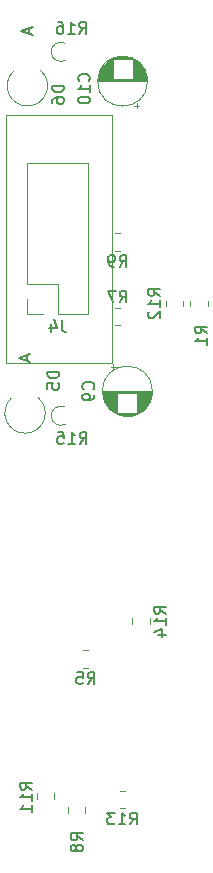
<source format=gbr>
%TF.GenerationSoftware,KiCad,Pcbnew,8.0.0*%
%TF.CreationDate,2024-06-17T17:20:25+02:00*%
%TF.ProjectId,Sloth,536c6f74-682e-46b6-9963-61645f706362,rev?*%
%TF.SameCoordinates,Original*%
%TF.FileFunction,Legend,Bot*%
%TF.FilePolarity,Positive*%
%FSLAX46Y46*%
G04 Gerber Fmt 4.6, Leading zero omitted, Abs format (unit mm)*
G04 Created by KiCad (PCBNEW 8.0.0) date 2024-06-17 17:20:25*
%MOMM*%
%LPD*%
G01*
G04 APERTURE LIST*
%ADD10C,0.150000*%
%ADD11C,0.120000*%
%ADD12C,0.100000*%
G04 APERTURE END LIST*
D10*
X61200819Y-98595142D02*
X60724628Y-98261809D01*
X61200819Y-98023714D02*
X60200819Y-98023714D01*
X60200819Y-98023714D02*
X60200819Y-98404666D01*
X60200819Y-98404666D02*
X60248438Y-98499904D01*
X60248438Y-98499904D02*
X60296057Y-98547523D01*
X60296057Y-98547523D02*
X60391295Y-98595142D01*
X60391295Y-98595142D02*
X60534152Y-98595142D01*
X60534152Y-98595142D02*
X60629390Y-98547523D01*
X60629390Y-98547523D02*
X60677009Y-98499904D01*
X60677009Y-98499904D02*
X60724628Y-98404666D01*
X60724628Y-98404666D02*
X60724628Y-98023714D01*
X61200819Y-99547523D02*
X61200819Y-98976095D01*
X61200819Y-99261809D02*
X60200819Y-99261809D01*
X60200819Y-99261809D02*
X60343676Y-99166571D01*
X60343676Y-99166571D02*
X60438914Y-99071333D01*
X60438914Y-99071333D02*
X60486533Y-98976095D01*
X60296057Y-99928476D02*
X60248438Y-99976095D01*
X60248438Y-99976095D02*
X60200819Y-100071333D01*
X60200819Y-100071333D02*
X60200819Y-100309428D01*
X60200819Y-100309428D02*
X60248438Y-100404666D01*
X60248438Y-100404666D02*
X60296057Y-100452285D01*
X60296057Y-100452285D02*
X60391295Y-100499904D01*
X60391295Y-100499904D02*
X60486533Y-100499904D01*
X60486533Y-100499904D02*
X60629390Y-100452285D01*
X60629390Y-100452285D02*
X61200819Y-99880857D01*
X61200819Y-99880857D02*
X61200819Y-100499904D01*
X57762666Y-99142819D02*
X58095999Y-98666628D01*
X58334094Y-99142819D02*
X58334094Y-98142819D01*
X58334094Y-98142819D02*
X57953142Y-98142819D01*
X57953142Y-98142819D02*
X57857904Y-98190438D01*
X57857904Y-98190438D02*
X57810285Y-98238057D01*
X57810285Y-98238057D02*
X57762666Y-98333295D01*
X57762666Y-98333295D02*
X57762666Y-98476152D01*
X57762666Y-98476152D02*
X57810285Y-98571390D01*
X57810285Y-98571390D02*
X57857904Y-98619009D01*
X57857904Y-98619009D02*
X57953142Y-98666628D01*
X57953142Y-98666628D02*
X58334094Y-98666628D01*
X57429332Y-98142819D02*
X56762666Y-98142819D01*
X56762666Y-98142819D02*
X57191237Y-99142819D01*
X52650819Y-104999905D02*
X51650819Y-104999905D01*
X51650819Y-104999905D02*
X51650819Y-105238000D01*
X51650819Y-105238000D02*
X51698438Y-105380857D01*
X51698438Y-105380857D02*
X51793676Y-105476095D01*
X51793676Y-105476095D02*
X51888914Y-105523714D01*
X51888914Y-105523714D02*
X52079390Y-105571333D01*
X52079390Y-105571333D02*
X52222247Y-105571333D01*
X52222247Y-105571333D02*
X52412723Y-105523714D01*
X52412723Y-105523714D02*
X52507961Y-105476095D01*
X52507961Y-105476095D02*
X52603200Y-105380857D01*
X52603200Y-105380857D02*
X52650819Y-105238000D01*
X52650819Y-105238000D02*
X52650819Y-104999905D01*
X51650819Y-106476095D02*
X51650819Y-105999905D01*
X51650819Y-105999905D02*
X52127009Y-105952286D01*
X52127009Y-105952286D02*
X52079390Y-105999905D01*
X52079390Y-105999905D02*
X52031771Y-106095143D01*
X52031771Y-106095143D02*
X52031771Y-106333238D01*
X52031771Y-106333238D02*
X52079390Y-106428476D01*
X52079390Y-106428476D02*
X52127009Y-106476095D01*
X52127009Y-106476095D02*
X52222247Y-106523714D01*
X52222247Y-106523714D02*
X52460342Y-106523714D01*
X52460342Y-106523714D02*
X52555580Y-106476095D01*
X52555580Y-106476095D02*
X52603200Y-106428476D01*
X52603200Y-106428476D02*
X52650819Y-106333238D01*
X52650819Y-106333238D02*
X52650819Y-106095143D01*
X52650819Y-106095143D02*
X52603200Y-105999905D01*
X52603200Y-105999905D02*
X52555580Y-105952286D01*
X49933338Y-103631671D02*
X49933338Y-104107861D01*
X50219053Y-103536433D02*
X49219053Y-103869766D01*
X49219053Y-103869766D02*
X50219053Y-104203099D01*
X58638857Y-143342819D02*
X58972190Y-142866628D01*
X59210285Y-143342819D02*
X59210285Y-142342819D01*
X59210285Y-142342819D02*
X58829333Y-142342819D01*
X58829333Y-142342819D02*
X58734095Y-142390438D01*
X58734095Y-142390438D02*
X58686476Y-142438057D01*
X58686476Y-142438057D02*
X58638857Y-142533295D01*
X58638857Y-142533295D02*
X58638857Y-142676152D01*
X58638857Y-142676152D02*
X58686476Y-142771390D01*
X58686476Y-142771390D02*
X58734095Y-142819009D01*
X58734095Y-142819009D02*
X58829333Y-142866628D01*
X58829333Y-142866628D02*
X59210285Y-142866628D01*
X57686476Y-143342819D02*
X58257904Y-143342819D01*
X57972190Y-143342819D02*
X57972190Y-142342819D01*
X57972190Y-142342819D02*
X58067428Y-142485676D01*
X58067428Y-142485676D02*
X58162666Y-142580914D01*
X58162666Y-142580914D02*
X58257904Y-142628533D01*
X57353142Y-142342819D02*
X56734095Y-142342819D01*
X56734095Y-142342819D02*
X57067428Y-142723771D01*
X57067428Y-142723771D02*
X56924571Y-142723771D01*
X56924571Y-142723771D02*
X56829333Y-142771390D01*
X56829333Y-142771390D02*
X56781714Y-142819009D01*
X56781714Y-142819009D02*
X56734095Y-142914247D01*
X56734095Y-142914247D02*
X56734095Y-143152342D01*
X56734095Y-143152342D02*
X56781714Y-143247580D01*
X56781714Y-143247580D02*
X56829333Y-143295200D01*
X56829333Y-143295200D02*
X56924571Y-143342819D01*
X56924571Y-143342819D02*
X57210285Y-143342819D01*
X57210285Y-143342819D02*
X57305523Y-143295200D01*
X57305523Y-143295200D02*
X57353142Y-143247580D01*
X54338857Y-76392819D02*
X54672190Y-75916628D01*
X54910285Y-76392819D02*
X54910285Y-75392819D01*
X54910285Y-75392819D02*
X54529333Y-75392819D01*
X54529333Y-75392819D02*
X54434095Y-75440438D01*
X54434095Y-75440438D02*
X54386476Y-75488057D01*
X54386476Y-75488057D02*
X54338857Y-75583295D01*
X54338857Y-75583295D02*
X54338857Y-75726152D01*
X54338857Y-75726152D02*
X54386476Y-75821390D01*
X54386476Y-75821390D02*
X54434095Y-75869009D01*
X54434095Y-75869009D02*
X54529333Y-75916628D01*
X54529333Y-75916628D02*
X54910285Y-75916628D01*
X53386476Y-76392819D02*
X53957904Y-76392819D01*
X53672190Y-76392819D02*
X53672190Y-75392819D01*
X53672190Y-75392819D02*
X53767428Y-75535676D01*
X53767428Y-75535676D02*
X53862666Y-75630914D01*
X53862666Y-75630914D02*
X53957904Y-75678533D01*
X52529333Y-75392819D02*
X52719809Y-75392819D01*
X52719809Y-75392819D02*
X52815047Y-75440438D01*
X52815047Y-75440438D02*
X52862666Y-75488057D01*
X52862666Y-75488057D02*
X52957904Y-75630914D01*
X52957904Y-75630914D02*
X53005523Y-75821390D01*
X53005523Y-75821390D02*
X53005523Y-76202342D01*
X53005523Y-76202342D02*
X52957904Y-76297580D01*
X52957904Y-76297580D02*
X52910285Y-76345200D01*
X52910285Y-76345200D02*
X52815047Y-76392819D01*
X52815047Y-76392819D02*
X52624571Y-76392819D01*
X52624571Y-76392819D02*
X52529333Y-76345200D01*
X52529333Y-76345200D02*
X52481714Y-76297580D01*
X52481714Y-76297580D02*
X52434095Y-76202342D01*
X52434095Y-76202342D02*
X52434095Y-75964247D01*
X52434095Y-75964247D02*
X52481714Y-75869009D01*
X52481714Y-75869009D02*
X52529333Y-75821390D01*
X52529333Y-75821390D02*
X52624571Y-75773771D01*
X52624571Y-75773771D02*
X52815047Y-75773771D01*
X52815047Y-75773771D02*
X52910285Y-75821390D01*
X52910285Y-75821390D02*
X52957904Y-75869009D01*
X52957904Y-75869009D02*
X53005523Y-75964247D01*
X65150819Y-101771333D02*
X64674628Y-101438000D01*
X65150819Y-101199905D02*
X64150819Y-101199905D01*
X64150819Y-101199905D02*
X64150819Y-101580857D01*
X64150819Y-101580857D02*
X64198438Y-101676095D01*
X64198438Y-101676095D02*
X64246057Y-101723714D01*
X64246057Y-101723714D02*
X64341295Y-101771333D01*
X64341295Y-101771333D02*
X64484152Y-101771333D01*
X64484152Y-101771333D02*
X64579390Y-101723714D01*
X64579390Y-101723714D02*
X64627009Y-101676095D01*
X64627009Y-101676095D02*
X64674628Y-101580857D01*
X64674628Y-101580857D02*
X64674628Y-101199905D01*
X65150819Y-102723714D02*
X65150819Y-102152286D01*
X65150819Y-102438000D02*
X64150819Y-102438000D01*
X64150819Y-102438000D02*
X64293676Y-102342762D01*
X64293676Y-102342762D02*
X64388914Y-102247524D01*
X64388914Y-102247524D02*
X64436533Y-102152286D01*
X61700819Y-125495142D02*
X61224628Y-125161809D01*
X61700819Y-124923714D02*
X60700819Y-124923714D01*
X60700819Y-124923714D02*
X60700819Y-125304666D01*
X60700819Y-125304666D02*
X60748438Y-125399904D01*
X60748438Y-125399904D02*
X60796057Y-125447523D01*
X60796057Y-125447523D02*
X60891295Y-125495142D01*
X60891295Y-125495142D02*
X61034152Y-125495142D01*
X61034152Y-125495142D02*
X61129390Y-125447523D01*
X61129390Y-125447523D02*
X61177009Y-125399904D01*
X61177009Y-125399904D02*
X61224628Y-125304666D01*
X61224628Y-125304666D02*
X61224628Y-124923714D01*
X61700819Y-126447523D02*
X61700819Y-125876095D01*
X61700819Y-126161809D02*
X60700819Y-126161809D01*
X60700819Y-126161809D02*
X60843676Y-126066571D01*
X60843676Y-126066571D02*
X60938914Y-125971333D01*
X60938914Y-125971333D02*
X60986533Y-125876095D01*
X61034152Y-127304666D02*
X61700819Y-127304666D01*
X60653200Y-127066571D02*
X61367485Y-126828476D01*
X61367485Y-126828476D02*
X61367485Y-127447523D01*
X54383857Y-111117819D02*
X54717190Y-110641628D01*
X54955285Y-111117819D02*
X54955285Y-110117819D01*
X54955285Y-110117819D02*
X54574333Y-110117819D01*
X54574333Y-110117819D02*
X54479095Y-110165438D01*
X54479095Y-110165438D02*
X54431476Y-110213057D01*
X54431476Y-110213057D02*
X54383857Y-110308295D01*
X54383857Y-110308295D02*
X54383857Y-110451152D01*
X54383857Y-110451152D02*
X54431476Y-110546390D01*
X54431476Y-110546390D02*
X54479095Y-110594009D01*
X54479095Y-110594009D02*
X54574333Y-110641628D01*
X54574333Y-110641628D02*
X54955285Y-110641628D01*
X53431476Y-111117819D02*
X54002904Y-111117819D01*
X53717190Y-111117819D02*
X53717190Y-110117819D01*
X53717190Y-110117819D02*
X53812428Y-110260676D01*
X53812428Y-110260676D02*
X53907666Y-110355914D01*
X53907666Y-110355914D02*
X54002904Y-110403533D01*
X52526714Y-110117819D02*
X53002904Y-110117819D01*
X53002904Y-110117819D02*
X53050523Y-110594009D01*
X53050523Y-110594009D02*
X53002904Y-110546390D01*
X53002904Y-110546390D02*
X52907666Y-110498771D01*
X52907666Y-110498771D02*
X52669571Y-110498771D01*
X52669571Y-110498771D02*
X52574333Y-110546390D01*
X52574333Y-110546390D02*
X52526714Y-110594009D01*
X52526714Y-110594009D02*
X52479095Y-110689247D01*
X52479095Y-110689247D02*
X52479095Y-110927342D01*
X52479095Y-110927342D02*
X52526714Y-111022580D01*
X52526714Y-111022580D02*
X52574333Y-111070200D01*
X52574333Y-111070200D02*
X52669571Y-111117819D01*
X52669571Y-111117819D02*
X52907666Y-111117819D01*
X52907666Y-111117819D02*
X53002904Y-111070200D01*
X53002904Y-111070200D02*
X53050523Y-111022580D01*
X52859333Y-100622819D02*
X52859333Y-101337104D01*
X52859333Y-101337104D02*
X52906952Y-101479961D01*
X52906952Y-101479961D02*
X53002190Y-101575200D01*
X53002190Y-101575200D02*
X53145047Y-101622819D01*
X53145047Y-101622819D02*
X53240285Y-101622819D01*
X51954571Y-100956152D02*
X51954571Y-101622819D01*
X52192666Y-100575200D02*
X52430761Y-101289485D01*
X52430761Y-101289485D02*
X51811714Y-101289485D01*
X53050819Y-80799905D02*
X52050819Y-80799905D01*
X52050819Y-80799905D02*
X52050819Y-81038000D01*
X52050819Y-81038000D02*
X52098438Y-81180857D01*
X52098438Y-81180857D02*
X52193676Y-81276095D01*
X52193676Y-81276095D02*
X52288914Y-81323714D01*
X52288914Y-81323714D02*
X52479390Y-81371333D01*
X52479390Y-81371333D02*
X52622247Y-81371333D01*
X52622247Y-81371333D02*
X52812723Y-81323714D01*
X52812723Y-81323714D02*
X52907961Y-81276095D01*
X52907961Y-81276095D02*
X53003200Y-81180857D01*
X53003200Y-81180857D02*
X53050819Y-81038000D01*
X53050819Y-81038000D02*
X53050819Y-80799905D01*
X52050819Y-82228476D02*
X52050819Y-82038000D01*
X52050819Y-82038000D02*
X52098438Y-81942762D01*
X52098438Y-81942762D02*
X52146057Y-81895143D01*
X52146057Y-81895143D02*
X52288914Y-81799905D01*
X52288914Y-81799905D02*
X52479390Y-81752286D01*
X52479390Y-81752286D02*
X52860342Y-81752286D01*
X52860342Y-81752286D02*
X52955580Y-81799905D01*
X52955580Y-81799905D02*
X53003200Y-81847524D01*
X53003200Y-81847524D02*
X53050819Y-81942762D01*
X53050819Y-81942762D02*
X53050819Y-82133238D01*
X53050819Y-82133238D02*
X53003200Y-82228476D01*
X53003200Y-82228476D02*
X52955580Y-82276095D01*
X52955580Y-82276095D02*
X52860342Y-82323714D01*
X52860342Y-82323714D02*
X52622247Y-82323714D01*
X52622247Y-82323714D02*
X52527009Y-82276095D01*
X52527009Y-82276095D02*
X52479390Y-82228476D01*
X52479390Y-82228476D02*
X52431771Y-82133238D01*
X52431771Y-82133238D02*
X52431771Y-81942762D01*
X52431771Y-81942762D02*
X52479390Y-81847524D01*
X52479390Y-81847524D02*
X52527009Y-81799905D01*
X52527009Y-81799905D02*
X52622247Y-81752286D01*
X50133338Y-75931671D02*
X50133338Y-76407861D01*
X50419053Y-75836433D02*
X49419053Y-76169766D01*
X49419053Y-76169766D02*
X50419053Y-76503099D01*
X55532980Y-106498731D02*
X55580600Y-106451112D01*
X55580600Y-106451112D02*
X55628219Y-106308255D01*
X55628219Y-106308255D02*
X55628219Y-106213017D01*
X55628219Y-106213017D02*
X55580600Y-106070160D01*
X55580600Y-106070160D02*
X55485361Y-105974922D01*
X55485361Y-105974922D02*
X55390123Y-105927303D01*
X55390123Y-105927303D02*
X55199647Y-105879684D01*
X55199647Y-105879684D02*
X55056790Y-105879684D01*
X55056790Y-105879684D02*
X54866314Y-105927303D01*
X54866314Y-105927303D02*
X54771076Y-105974922D01*
X54771076Y-105974922D02*
X54675838Y-106070160D01*
X54675838Y-106070160D02*
X54628219Y-106213017D01*
X54628219Y-106213017D02*
X54628219Y-106308255D01*
X54628219Y-106308255D02*
X54675838Y-106451112D01*
X54675838Y-106451112D02*
X54723457Y-106498731D01*
X55628219Y-106974922D02*
X55628219Y-107165398D01*
X55628219Y-107165398D02*
X55580600Y-107260636D01*
X55580600Y-107260636D02*
X55532980Y-107308255D01*
X55532980Y-107308255D02*
X55390123Y-107403493D01*
X55390123Y-107403493D02*
X55199647Y-107451112D01*
X55199647Y-107451112D02*
X54818695Y-107451112D01*
X54818695Y-107451112D02*
X54723457Y-107403493D01*
X54723457Y-107403493D02*
X54675838Y-107355874D01*
X54675838Y-107355874D02*
X54628219Y-107260636D01*
X54628219Y-107260636D02*
X54628219Y-107070160D01*
X54628219Y-107070160D02*
X54675838Y-106974922D01*
X54675838Y-106974922D02*
X54723457Y-106927303D01*
X54723457Y-106927303D02*
X54818695Y-106879684D01*
X54818695Y-106879684D02*
X55056790Y-106879684D01*
X55056790Y-106879684D02*
X55152028Y-106927303D01*
X55152028Y-106927303D02*
X55199647Y-106974922D01*
X55199647Y-106974922D02*
X55247266Y-107070160D01*
X55247266Y-107070160D02*
X55247266Y-107260636D01*
X55247266Y-107260636D02*
X55199647Y-107355874D01*
X55199647Y-107355874D02*
X55152028Y-107403493D01*
X55152028Y-107403493D02*
X55056790Y-107451112D01*
X54650819Y-144671333D02*
X54174628Y-144338000D01*
X54650819Y-144099905D02*
X53650819Y-144099905D01*
X53650819Y-144099905D02*
X53650819Y-144480857D01*
X53650819Y-144480857D02*
X53698438Y-144576095D01*
X53698438Y-144576095D02*
X53746057Y-144623714D01*
X53746057Y-144623714D02*
X53841295Y-144671333D01*
X53841295Y-144671333D02*
X53984152Y-144671333D01*
X53984152Y-144671333D02*
X54079390Y-144623714D01*
X54079390Y-144623714D02*
X54127009Y-144576095D01*
X54127009Y-144576095D02*
X54174628Y-144480857D01*
X54174628Y-144480857D02*
X54174628Y-144099905D01*
X54079390Y-145242762D02*
X54031771Y-145147524D01*
X54031771Y-145147524D02*
X53984152Y-145099905D01*
X53984152Y-145099905D02*
X53888914Y-145052286D01*
X53888914Y-145052286D02*
X53841295Y-145052286D01*
X53841295Y-145052286D02*
X53746057Y-145099905D01*
X53746057Y-145099905D02*
X53698438Y-145147524D01*
X53698438Y-145147524D02*
X53650819Y-145242762D01*
X53650819Y-145242762D02*
X53650819Y-145433238D01*
X53650819Y-145433238D02*
X53698438Y-145528476D01*
X53698438Y-145528476D02*
X53746057Y-145576095D01*
X53746057Y-145576095D02*
X53841295Y-145623714D01*
X53841295Y-145623714D02*
X53888914Y-145623714D01*
X53888914Y-145623714D02*
X53984152Y-145576095D01*
X53984152Y-145576095D02*
X54031771Y-145528476D01*
X54031771Y-145528476D02*
X54079390Y-145433238D01*
X54079390Y-145433238D02*
X54079390Y-145242762D01*
X54079390Y-145242762D02*
X54127009Y-145147524D01*
X54127009Y-145147524D02*
X54174628Y-145099905D01*
X54174628Y-145099905D02*
X54269866Y-145052286D01*
X54269866Y-145052286D02*
X54460342Y-145052286D01*
X54460342Y-145052286D02*
X54555580Y-145099905D01*
X54555580Y-145099905D02*
X54603200Y-145147524D01*
X54603200Y-145147524D02*
X54650819Y-145242762D01*
X54650819Y-145242762D02*
X54650819Y-145433238D01*
X54650819Y-145433238D02*
X54603200Y-145528476D01*
X54603200Y-145528476D02*
X54555580Y-145576095D01*
X54555580Y-145576095D02*
X54460342Y-145623714D01*
X54460342Y-145623714D02*
X54269866Y-145623714D01*
X54269866Y-145623714D02*
X54174628Y-145576095D01*
X54174628Y-145576095D02*
X54127009Y-145528476D01*
X54127009Y-145528476D02*
X54079390Y-145433238D01*
X55062666Y-131442819D02*
X55395999Y-130966628D01*
X55634094Y-131442819D02*
X55634094Y-130442819D01*
X55634094Y-130442819D02*
X55253142Y-130442819D01*
X55253142Y-130442819D02*
X55157904Y-130490438D01*
X55157904Y-130490438D02*
X55110285Y-130538057D01*
X55110285Y-130538057D02*
X55062666Y-130633295D01*
X55062666Y-130633295D02*
X55062666Y-130776152D01*
X55062666Y-130776152D02*
X55110285Y-130871390D01*
X55110285Y-130871390D02*
X55157904Y-130919009D01*
X55157904Y-130919009D02*
X55253142Y-130966628D01*
X55253142Y-130966628D02*
X55634094Y-130966628D01*
X54157904Y-130442819D02*
X54634094Y-130442819D01*
X54634094Y-130442819D02*
X54681713Y-130919009D01*
X54681713Y-130919009D02*
X54634094Y-130871390D01*
X54634094Y-130871390D02*
X54538856Y-130823771D01*
X54538856Y-130823771D02*
X54300761Y-130823771D01*
X54300761Y-130823771D02*
X54205523Y-130871390D01*
X54205523Y-130871390D02*
X54157904Y-130919009D01*
X54157904Y-130919009D02*
X54110285Y-131014247D01*
X54110285Y-131014247D02*
X54110285Y-131252342D01*
X54110285Y-131252342D02*
X54157904Y-131347580D01*
X54157904Y-131347580D02*
X54205523Y-131395200D01*
X54205523Y-131395200D02*
X54300761Y-131442819D01*
X54300761Y-131442819D02*
X54538856Y-131442819D01*
X54538856Y-131442819D02*
X54634094Y-131395200D01*
X54634094Y-131395200D02*
X54681713Y-131347580D01*
X55155580Y-80395142D02*
X55203200Y-80347523D01*
X55203200Y-80347523D02*
X55250819Y-80204666D01*
X55250819Y-80204666D02*
X55250819Y-80109428D01*
X55250819Y-80109428D02*
X55203200Y-79966571D01*
X55203200Y-79966571D02*
X55107961Y-79871333D01*
X55107961Y-79871333D02*
X55012723Y-79823714D01*
X55012723Y-79823714D02*
X54822247Y-79776095D01*
X54822247Y-79776095D02*
X54679390Y-79776095D01*
X54679390Y-79776095D02*
X54488914Y-79823714D01*
X54488914Y-79823714D02*
X54393676Y-79871333D01*
X54393676Y-79871333D02*
X54298438Y-79966571D01*
X54298438Y-79966571D02*
X54250819Y-80109428D01*
X54250819Y-80109428D02*
X54250819Y-80204666D01*
X54250819Y-80204666D02*
X54298438Y-80347523D01*
X54298438Y-80347523D02*
X54346057Y-80395142D01*
X55250819Y-81347523D02*
X55250819Y-80776095D01*
X55250819Y-81061809D02*
X54250819Y-81061809D01*
X54250819Y-81061809D02*
X54393676Y-80966571D01*
X54393676Y-80966571D02*
X54488914Y-80871333D01*
X54488914Y-80871333D02*
X54536533Y-80776095D01*
X54250819Y-81966571D02*
X54250819Y-82061809D01*
X54250819Y-82061809D02*
X54298438Y-82157047D01*
X54298438Y-82157047D02*
X54346057Y-82204666D01*
X54346057Y-82204666D02*
X54441295Y-82252285D01*
X54441295Y-82252285D02*
X54631771Y-82299904D01*
X54631771Y-82299904D02*
X54869866Y-82299904D01*
X54869866Y-82299904D02*
X55060342Y-82252285D01*
X55060342Y-82252285D02*
X55155580Y-82204666D01*
X55155580Y-82204666D02*
X55203200Y-82157047D01*
X55203200Y-82157047D02*
X55250819Y-82061809D01*
X55250819Y-82061809D02*
X55250819Y-81966571D01*
X55250819Y-81966571D02*
X55203200Y-81871333D01*
X55203200Y-81871333D02*
X55155580Y-81823714D01*
X55155580Y-81823714D02*
X55060342Y-81776095D01*
X55060342Y-81776095D02*
X54869866Y-81728476D01*
X54869866Y-81728476D02*
X54631771Y-81728476D01*
X54631771Y-81728476D02*
X54441295Y-81776095D01*
X54441295Y-81776095D02*
X54346057Y-81823714D01*
X54346057Y-81823714D02*
X54298438Y-81871333D01*
X54298438Y-81871333D02*
X54250819Y-81966571D01*
X57762666Y-96142819D02*
X58095999Y-95666628D01*
X58334094Y-96142819D02*
X58334094Y-95142819D01*
X58334094Y-95142819D02*
X57953142Y-95142819D01*
X57953142Y-95142819D02*
X57857904Y-95190438D01*
X57857904Y-95190438D02*
X57810285Y-95238057D01*
X57810285Y-95238057D02*
X57762666Y-95333295D01*
X57762666Y-95333295D02*
X57762666Y-95476152D01*
X57762666Y-95476152D02*
X57810285Y-95571390D01*
X57810285Y-95571390D02*
X57857904Y-95619009D01*
X57857904Y-95619009D02*
X57953142Y-95666628D01*
X57953142Y-95666628D02*
X58334094Y-95666628D01*
X57286475Y-96142819D02*
X57095999Y-96142819D01*
X57095999Y-96142819D02*
X57000761Y-96095200D01*
X57000761Y-96095200D02*
X56953142Y-96047580D01*
X56953142Y-96047580D02*
X56857904Y-95904723D01*
X56857904Y-95904723D02*
X56810285Y-95714247D01*
X56810285Y-95714247D02*
X56810285Y-95333295D01*
X56810285Y-95333295D02*
X56857904Y-95238057D01*
X56857904Y-95238057D02*
X56905523Y-95190438D01*
X56905523Y-95190438D02*
X57000761Y-95142819D01*
X57000761Y-95142819D02*
X57191237Y-95142819D01*
X57191237Y-95142819D02*
X57286475Y-95190438D01*
X57286475Y-95190438D02*
X57334094Y-95238057D01*
X57334094Y-95238057D02*
X57381713Y-95333295D01*
X57381713Y-95333295D02*
X57381713Y-95571390D01*
X57381713Y-95571390D02*
X57334094Y-95666628D01*
X57334094Y-95666628D02*
X57286475Y-95714247D01*
X57286475Y-95714247D02*
X57191237Y-95761866D01*
X57191237Y-95761866D02*
X57000761Y-95761866D01*
X57000761Y-95761866D02*
X56905523Y-95714247D01*
X56905523Y-95714247D02*
X56857904Y-95666628D01*
X56857904Y-95666628D02*
X56810285Y-95571390D01*
X50350819Y-140395142D02*
X49874628Y-140061809D01*
X50350819Y-139823714D02*
X49350819Y-139823714D01*
X49350819Y-139823714D02*
X49350819Y-140204666D01*
X49350819Y-140204666D02*
X49398438Y-140299904D01*
X49398438Y-140299904D02*
X49446057Y-140347523D01*
X49446057Y-140347523D02*
X49541295Y-140395142D01*
X49541295Y-140395142D02*
X49684152Y-140395142D01*
X49684152Y-140395142D02*
X49779390Y-140347523D01*
X49779390Y-140347523D02*
X49827009Y-140299904D01*
X49827009Y-140299904D02*
X49874628Y-140204666D01*
X49874628Y-140204666D02*
X49874628Y-139823714D01*
X50350819Y-141347523D02*
X50350819Y-140776095D01*
X50350819Y-141061809D02*
X49350819Y-141061809D01*
X49350819Y-141061809D02*
X49493676Y-140966571D01*
X49493676Y-140966571D02*
X49588914Y-140871333D01*
X49588914Y-140871333D02*
X49636533Y-140776095D01*
X50350819Y-142299904D02*
X50350819Y-141728476D01*
X50350819Y-142014190D02*
X49350819Y-142014190D01*
X49350819Y-142014190D02*
X49493676Y-141918952D01*
X49493676Y-141918952D02*
X49588914Y-141823714D01*
X49588914Y-141823714D02*
X49636533Y-141728476D01*
D11*
%TO.C,R12*%
X61661000Y-99465064D02*
X61661000Y-99010936D01*
X63131000Y-99465064D02*
X63131000Y-99010936D01*
%TO.C,R7*%
X57368936Y-99603000D02*
X57823064Y-99603000D01*
X57368936Y-101073000D02*
X57823064Y-101073000D01*
%TO.C,D5*%
X50864233Y-107198614D02*
G75*
G02*
X48596869Y-107258216I-1099999J-1311152D01*
G01*
%TO.C,R13*%
X58223064Y-140503000D02*
X57768936Y-140503000D01*
X58223064Y-141973000D02*
X57768936Y-141973000D01*
%TO.C,R16*%
X53203133Y-78637999D02*
G75*
G02*
X53106095Y-77188642I-417133J699999D01*
G01*
%TO.C,R1*%
X63761000Y-99010936D02*
X63761000Y-99465064D01*
X65231000Y-99010936D02*
X65231000Y-99465064D01*
%TO.C,R14*%
X58861000Y-125910936D02*
X58861000Y-126365064D01*
X60331000Y-125910936D02*
X60331000Y-126365064D01*
%TO.C,R15*%
X53208133Y-109442999D02*
G75*
G02*
X53111095Y-107993642I-417133J699999D01*
G01*
%TO.C,J4*%
X49926000Y-87348000D02*
X49926000Y-97568000D01*
X49926000Y-100168000D02*
X49926000Y-98838000D01*
X51256000Y-100168000D02*
X49926000Y-100168000D01*
X52526000Y-97568000D02*
X49926000Y-97568000D01*
X52526000Y-100168000D02*
X52526000Y-97568000D01*
X55126000Y-87348000D02*
X49926000Y-87348000D01*
X55126000Y-87348000D02*
X55126000Y-100168000D01*
X55126000Y-100168000D02*
X52526000Y-100168000D01*
D12*
X57126000Y-83258000D02*
X48126000Y-83258000D01*
X48126000Y-104258000D01*
X57126000Y-104258000D01*
X57126000Y-83258000D01*
D11*
%TO.C,D6*%
X51064233Y-79498614D02*
G75*
G02*
X48796869Y-79558216I-1099999J-1311152D01*
G01*
%TO.C,C9*%
X57228400Y-104795597D02*
X57228400Y-104395597D01*
X57428400Y-104595597D02*
X57028400Y-104595597D01*
X57583400Y-106865398D02*
X56352400Y-106865398D01*
X57583400Y-106905398D02*
X56356400Y-106905398D01*
X57583400Y-106945398D02*
X56361400Y-106945398D01*
X57583400Y-106985398D02*
X56367400Y-106985398D01*
X57583400Y-107025398D02*
X56373400Y-107025398D01*
X57583400Y-107065398D02*
X56381400Y-107065398D01*
X57583400Y-107105398D02*
X56389400Y-107105398D01*
X57583400Y-107145398D02*
X56398400Y-107145398D01*
X57583400Y-107185398D02*
X56407400Y-107185398D01*
X57583400Y-107225398D02*
X56418400Y-107225398D01*
X57583400Y-107265398D02*
X56429400Y-107265398D01*
X57583400Y-107305398D02*
X56441400Y-107305398D01*
X57583400Y-107345398D02*
X56455400Y-107345398D01*
X57583400Y-107386398D02*
X56469400Y-107386398D01*
X57583400Y-107426398D02*
X56483400Y-107426398D01*
X57583400Y-107466398D02*
X56499400Y-107466398D01*
X57583400Y-107506398D02*
X56516400Y-107506398D01*
X57583400Y-107546398D02*
X56534400Y-107546398D01*
X57583400Y-107586398D02*
X56553400Y-107586398D01*
X57583400Y-107626398D02*
X56572400Y-107626398D01*
X57583400Y-107666398D02*
X56593400Y-107666398D01*
X57583400Y-107706398D02*
X56615400Y-107706398D01*
X57583400Y-107746398D02*
X56638400Y-107746398D01*
X57583400Y-107786398D02*
X56663400Y-107786398D01*
X57583400Y-107826398D02*
X56688400Y-107826398D01*
X57583400Y-107866398D02*
X56715400Y-107866398D01*
X57583400Y-107906398D02*
X56743400Y-107906398D01*
X57583400Y-107946398D02*
X56773400Y-107946398D01*
X57583400Y-107986398D02*
X56804400Y-107986398D01*
X57583400Y-108026398D02*
X56836400Y-108026398D01*
X57583400Y-108066398D02*
X56871400Y-108066398D01*
X57583400Y-108106398D02*
X56907400Y-108106398D01*
X57583400Y-108146398D02*
X56945400Y-108146398D01*
X57583400Y-108186398D02*
X56985400Y-108186398D01*
X57583400Y-108226398D02*
X57027400Y-108226398D01*
X57583400Y-108266398D02*
X57072400Y-108266398D01*
X57583400Y-108306398D02*
X57119400Y-108306398D01*
X57583400Y-108346398D02*
X57169400Y-108346398D01*
X57583400Y-108386398D02*
X57223400Y-108386398D01*
X57583400Y-108426398D02*
X57281400Y-108426398D01*
X57583400Y-108466398D02*
X57343400Y-108466398D01*
X58793400Y-108746398D02*
X58053400Y-108746398D01*
X58960400Y-108706398D02*
X57886400Y-108706398D01*
X59087400Y-108666398D02*
X57759400Y-108666398D01*
X59191400Y-108626398D02*
X57655400Y-108626398D01*
X59282400Y-108586398D02*
X57564400Y-108586398D01*
X59363400Y-108546398D02*
X57483400Y-108546398D01*
X59436400Y-108506398D02*
X57410400Y-108506398D01*
X59503400Y-108466398D02*
X59263400Y-108466398D01*
X59565400Y-108426398D02*
X59263400Y-108426398D01*
X59623400Y-108386398D02*
X59263400Y-108386398D01*
X59677400Y-108346398D02*
X59263400Y-108346398D01*
X59727400Y-108306398D02*
X59263400Y-108306398D01*
X59774400Y-108266398D02*
X59263400Y-108266398D01*
X59819400Y-108226398D02*
X59263400Y-108226398D01*
X59861400Y-108186398D02*
X59263400Y-108186398D01*
X59901400Y-108146398D02*
X59263400Y-108146398D01*
X59939400Y-108106398D02*
X59263400Y-108106398D01*
X59975400Y-108066398D02*
X59263400Y-108066398D01*
X60010400Y-108026398D02*
X59263400Y-108026398D01*
X60042400Y-107986398D02*
X59263400Y-107986398D01*
X60073400Y-107946398D02*
X59263400Y-107946398D01*
X60103400Y-107906398D02*
X59263400Y-107906398D01*
X60131400Y-107866398D02*
X59263400Y-107866398D01*
X60158400Y-107826398D02*
X59263400Y-107826398D01*
X60183400Y-107786398D02*
X59263400Y-107786398D01*
X60208400Y-107746398D02*
X59263400Y-107746398D01*
X60231400Y-107706398D02*
X59263400Y-107706398D01*
X60253400Y-107666398D02*
X59263400Y-107666398D01*
X60274400Y-107626398D02*
X59263400Y-107626398D01*
X60293400Y-107586398D02*
X59263400Y-107586398D01*
X60312400Y-107546398D02*
X59263400Y-107546398D01*
X60330400Y-107506398D02*
X59263400Y-107506398D01*
X60347400Y-107466398D02*
X59263400Y-107466398D01*
X60363400Y-107426398D02*
X59263400Y-107426398D01*
X60377400Y-107386398D02*
X59263400Y-107386398D01*
X60391400Y-107345398D02*
X59263400Y-107345398D01*
X60405400Y-107305398D02*
X59263400Y-107305398D01*
X60417400Y-107265398D02*
X59263400Y-107265398D01*
X60428400Y-107225398D02*
X59263400Y-107225398D01*
X60439400Y-107185398D02*
X59263400Y-107185398D01*
X60448400Y-107145398D02*
X59263400Y-107145398D01*
X60457400Y-107105398D02*
X59263400Y-107105398D01*
X60465400Y-107065398D02*
X59263400Y-107065398D01*
X60473400Y-107025398D02*
X59263400Y-107025398D01*
X60479400Y-106985398D02*
X59263400Y-106985398D01*
X60485400Y-106945398D02*
X59263400Y-106945398D01*
X60490400Y-106905398D02*
X59263400Y-106905398D01*
X60494400Y-106865398D02*
X59263400Y-106865398D01*
X60497400Y-106825398D02*
X56349400Y-106825398D01*
X60500400Y-106785398D02*
X56346400Y-106785398D01*
X60502400Y-106745398D02*
X56344400Y-106745398D01*
X60503400Y-106665398D02*
X56343400Y-106665398D01*
X60503400Y-106705398D02*
X56343400Y-106705398D01*
X60543400Y-106665398D02*
G75*
G02*
X56303400Y-106665398I-2120000J0D01*
G01*
X56303400Y-106665398D02*
G75*
G02*
X60543400Y-106665398I2120000J0D01*
G01*
%TO.C,R8*%
X53361000Y-142365064D02*
X53361000Y-141910936D01*
X54831000Y-142365064D02*
X54831000Y-141910936D01*
%TO.C,R5*%
X55123064Y-128603000D02*
X54668936Y-128603000D01*
X55123064Y-130073000D02*
X54668936Y-130073000D01*
%TO.C,C10*%
X55943400Y-80370598D02*
X60103400Y-80370598D01*
X55943400Y-80410598D02*
X60103400Y-80410598D01*
X55944400Y-80330598D02*
X60102400Y-80330598D01*
X55946400Y-80290598D02*
X60100400Y-80290598D01*
X55949400Y-80250598D02*
X60097400Y-80250598D01*
X55952400Y-80210598D02*
X57183400Y-80210598D01*
X55956400Y-80170598D02*
X57183400Y-80170598D01*
X55961400Y-80130598D02*
X57183400Y-80130598D01*
X55967400Y-80090598D02*
X57183400Y-80090598D01*
X55973400Y-80050598D02*
X57183400Y-80050598D01*
X55981400Y-80010598D02*
X57183400Y-80010598D01*
X55989400Y-79970598D02*
X57183400Y-79970598D01*
X55998400Y-79930598D02*
X57183400Y-79930598D01*
X56007400Y-79890598D02*
X57183400Y-79890598D01*
X56018400Y-79850598D02*
X57183400Y-79850598D01*
X56029400Y-79810598D02*
X57183400Y-79810598D01*
X56041400Y-79770598D02*
X57183400Y-79770598D01*
X56055400Y-79730598D02*
X57183400Y-79730598D01*
X56069400Y-79689598D02*
X57183400Y-79689598D01*
X56083400Y-79649598D02*
X57183400Y-79649598D01*
X56099400Y-79609598D02*
X57183400Y-79609598D01*
X56116400Y-79569598D02*
X57183400Y-79569598D01*
X56134400Y-79529598D02*
X57183400Y-79529598D01*
X56153400Y-79489598D02*
X57183400Y-79489598D01*
X56172400Y-79449598D02*
X57183400Y-79449598D01*
X56193400Y-79409598D02*
X57183400Y-79409598D01*
X56215400Y-79369598D02*
X57183400Y-79369598D01*
X56238400Y-79329598D02*
X57183400Y-79329598D01*
X56263400Y-79289598D02*
X57183400Y-79289598D01*
X56288400Y-79249598D02*
X57183400Y-79249598D01*
X56315400Y-79209598D02*
X57183400Y-79209598D01*
X56343400Y-79169598D02*
X57183400Y-79169598D01*
X56373400Y-79129598D02*
X57183400Y-79129598D01*
X56404400Y-79089598D02*
X57183400Y-79089598D01*
X56436400Y-79049598D02*
X57183400Y-79049598D01*
X56471400Y-79009598D02*
X57183400Y-79009598D01*
X56507400Y-78969598D02*
X57183400Y-78969598D01*
X56545400Y-78929598D02*
X57183400Y-78929598D01*
X56585400Y-78889598D02*
X57183400Y-78889598D01*
X56627400Y-78849598D02*
X57183400Y-78849598D01*
X56672400Y-78809598D02*
X57183400Y-78809598D01*
X56719400Y-78769598D02*
X57183400Y-78769598D01*
X56769400Y-78729598D02*
X57183400Y-78729598D01*
X56823400Y-78689598D02*
X57183400Y-78689598D01*
X56881400Y-78649598D02*
X57183400Y-78649598D01*
X56943400Y-78609598D02*
X57183400Y-78609598D01*
X57010400Y-78569598D02*
X59036400Y-78569598D01*
X57083400Y-78529598D02*
X58963400Y-78529598D01*
X57164400Y-78489598D02*
X58882400Y-78489598D01*
X57255400Y-78449598D02*
X58791400Y-78449598D01*
X57359400Y-78409598D02*
X58687400Y-78409598D01*
X57486400Y-78369598D02*
X58560400Y-78369598D01*
X57653400Y-78329598D02*
X58393400Y-78329598D01*
X58863400Y-78609598D02*
X59103400Y-78609598D01*
X58863400Y-78649598D02*
X59165400Y-78649598D01*
X58863400Y-78689598D02*
X59223400Y-78689598D01*
X58863400Y-78729598D02*
X59277400Y-78729598D01*
X58863400Y-78769598D02*
X59327400Y-78769598D01*
X58863400Y-78809598D02*
X59374400Y-78809598D01*
X58863400Y-78849598D02*
X59419400Y-78849598D01*
X58863400Y-78889598D02*
X59461400Y-78889598D01*
X58863400Y-78929598D02*
X59501400Y-78929598D01*
X58863400Y-78969598D02*
X59539400Y-78969598D01*
X58863400Y-79009598D02*
X59575400Y-79009598D01*
X58863400Y-79049598D02*
X59610400Y-79049598D01*
X58863400Y-79089598D02*
X59642400Y-79089598D01*
X58863400Y-79129598D02*
X59673400Y-79129598D01*
X58863400Y-79169598D02*
X59703400Y-79169598D01*
X58863400Y-79209598D02*
X59731400Y-79209598D01*
X58863400Y-79249598D02*
X59758400Y-79249598D01*
X58863400Y-79289598D02*
X59783400Y-79289598D01*
X58863400Y-79329598D02*
X59808400Y-79329598D01*
X58863400Y-79369598D02*
X59831400Y-79369598D01*
X58863400Y-79409598D02*
X59853400Y-79409598D01*
X58863400Y-79449598D02*
X59874400Y-79449598D01*
X58863400Y-79489598D02*
X59893400Y-79489598D01*
X58863400Y-79529598D02*
X59912400Y-79529598D01*
X58863400Y-79569598D02*
X59930400Y-79569598D01*
X58863400Y-79609598D02*
X59947400Y-79609598D01*
X58863400Y-79649598D02*
X59963400Y-79649598D01*
X58863400Y-79689598D02*
X59977400Y-79689598D01*
X58863400Y-79730598D02*
X59991400Y-79730598D01*
X58863400Y-79770598D02*
X60005400Y-79770598D01*
X58863400Y-79810598D02*
X60017400Y-79810598D01*
X58863400Y-79850598D02*
X60028400Y-79850598D01*
X58863400Y-79890598D02*
X60039400Y-79890598D01*
X58863400Y-79930598D02*
X60048400Y-79930598D01*
X58863400Y-79970598D02*
X60057400Y-79970598D01*
X58863400Y-80010598D02*
X60065400Y-80010598D01*
X58863400Y-80050598D02*
X60073400Y-80050598D01*
X58863400Y-80090598D02*
X60079400Y-80090598D01*
X58863400Y-80130598D02*
X60085400Y-80130598D01*
X58863400Y-80170598D02*
X60090400Y-80170598D01*
X58863400Y-80210598D02*
X60094400Y-80210598D01*
X59018400Y-82480399D02*
X59418400Y-82480399D01*
X59218400Y-82280399D02*
X59218400Y-82680399D01*
X60143400Y-80410598D02*
G75*
G02*
X55903400Y-80410598I-2120000J0D01*
G01*
X55903400Y-80410598D02*
G75*
G02*
X60143400Y-80410598I2120000J0D01*
G01*
%TO.C,R9*%
X57823064Y-93303000D02*
X57368936Y-93303000D01*
X57823064Y-94773000D02*
X57368936Y-94773000D01*
%TO.C,R11*%
X50761000Y-140710936D02*
X50761000Y-141165064D01*
X52231000Y-140710936D02*
X52231000Y-141165064D01*
%TD*%
M02*

</source>
